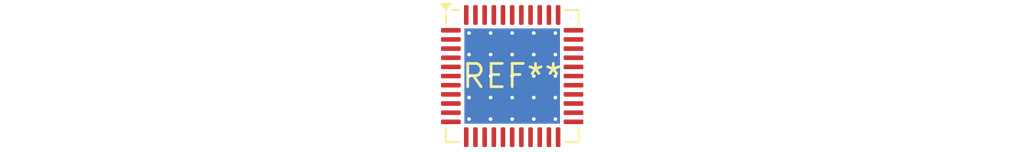
<source format=kicad_pcb>
(kicad_pcb (version 20240108) (generator pcbnew)
  (layers (0 "F.Cu" signal) (31 "B.Cu" signal) (34 "B.Paste" user) (35 "F.Paste" user) (36 "B.SilkS" user "B.Silkscreen") (37 "F.SilkS" user "F.Silkscreen") (38 "B.Mask" user) (39 "F.Mask" user) (44 "Edge.Cuts" user))
  (net 0 "")
  (footprint "QFN-44-1EP_7x7mm_P0.5mm_EP5.2x5.2mm_ThermalVias" (layer "F.Cu") (at 0 0)
    (property "Reference" "REF**")
    (property "Value" "QFN-44-1EP_7x7mm_P0.5mm_EP5.2x5.2mm_ThermalVias")
    (fp_line (start -3.61 -2.885) (end -3.61 -3.37) (layer "F.SilkS") (stroke (width 0.12)))
    (fp_line (start -3.61 3.61) (end -3.61 2.885) (layer "F.SilkS") (stroke (width 0.12)))
    (fp_line (start -2.885 -3.61) (end -3.31 -3.61) (layer "F.SilkS") (stroke (width 0.12)))
    (fp_line (start -2.885 3.61) (end -3.61 3.61) (layer "F.SilkS") (stroke (width 0.12)))
    (fp_line (start 2.885 -3.61) (end 3.61 -3.61) (layer "F.SilkS") (stroke (width 0.12)))
    (fp_line (start 2.885 3.61) (end 3.61 3.61) (layer "F.SilkS") (stroke (width 0.12)))
    (fp_line (start 3.61 -3.61) (end 3.61 -2.885) (layer "F.SilkS") (stroke (width 0.12)))
    (fp_line (start 3.61 3.61) (end 3.61 2.885) (layer "F.SilkS") (stroke (width 0.12)))
    (fp_poly (pts (xy -3.61 -3.61) (xy -3.85 -3.94) (xy -3.37 -3.94) (xy -3.61 -3.61)) (layer "F.SilkS") (stroke (width 0.12)) (fill solid))
    (pad "1" smd roundrect (at -3.3375 -2.5) (size 1.075 0.25) (layers "F.Cu" "F.Paste" "F.Mask"))
    (pad "2" smd roundrect (at -3.3375 -2) (size 1.075 0.25) (layers "F.Cu" "F.Paste" "F.Mask"))
    (pad "3" smd roundrect (at -3.3375 -1.5) (size 1.075 0.25) (layers "F.Cu" "F.Paste" "F.Mask"))
    (pad "4" smd roundrect (at -3.3375 -1) (size 1.075 0.25) (layers "F.Cu" "F.Paste" "F.Mask"))
    (pad "5" smd roundrect (at -3.3375 -0.5) (size 1.075 0.25) (layers "F.Cu" "F.Paste" "F.Mask"))
    (pad "6" smd roundrect (at -3.3375 0) (size 1.075 0.25) (layers "F.Cu" "F.Paste" "F.Mask"))
    (pad "7" smd roundrect (at -3.3375 0.5) (size 1.075 0.25) (layers "F.Cu" "F.Paste" "F.Mask"))
    (pad "8" smd roundrect (at -3.3375 1) (size 1.075 0.25) (layers "F.Cu" "F.Paste" "F.Mask"))
    (pad "9" smd roundrect (at -3.3375 1.5) (size 1.075 0.25) (layers "F.Cu" "F.Paste" "F.Mask"))
    (pad "10" smd roundrect (at -3.3375 2) (size 1.075 0.25) (layers "F.Cu" "F.Paste" "F.Mask"))
    (pad "11" smd roundrect (at -3.3375 2.5) (size 1.075 0.25) (layers "F.Cu" "F.Paste" "F.Mask"))
    (pad "12" smd roundrect (at -2.5 3.3375) (size 0.25 1.075) (layers "F.Cu" "F.Paste" "F.Mask"))
    (pad "13" smd roundrect (at -2 3.3375) (size 0.25 1.075) (layers "F.Cu" "F.Paste" "F.Mask"))
    (pad "14" smd roundrect (at -1.5 3.3375) (size 0.25 1.075) (layers "F.Cu" "F.Paste" "F.Mask"))
    (pad "15" smd roundrect (at -1 3.3375) (size 0.25 1.075) (layers "F.Cu" "F.Paste" "F.Mask"))
    (pad "16" smd roundrect (at -0.5 3.3375) (size 0.25 1.075) (layers "F.Cu" "F.Paste" "F.Mask"))
    (pad "17" smd roundrect (at 0 3.3375) (size 0.25 1.075) (layers "F.Cu" "F.Paste" "F.Mask"))
    (pad "18" smd roundrect (at 0.5 3.3375) (size 0.25 1.075) (layers "F.Cu" "F.Paste" "F.Mask"))
    (pad "19" smd roundrect (at 1 3.3375) (size 0.25 1.075) (layers "F.Cu" "F.Paste" "F.Mask"))
    (pad "20" smd roundrect (at 1.5 3.3375) (size 0.25 1.075) (layers "F.Cu" "F.Paste" "F.Mask"))
    (pad "21" smd roundrect (at 2 3.3375) (size 0.25 1.075) (layers "F.Cu" "F.Paste" "F.Mask"))
    (pad "22" smd roundrect (at 2.5 3.3375) (size 0.25 1.075) (layers "F.Cu" "F.Paste" "F.Mask"))
    (pad "23" smd roundrect (at 3.3375 2.5) (size 1.075 0.25) (layers "F.Cu" "F.Paste" "F.Mask"))
    (pad "24" smd roundrect (at 3.3375 2) (size 1.075 0.25) (layers "F.Cu" "F.Paste" "F.Mask"))
    (pad "25" smd roundrect (at 3.3375 1.5) (size 1.075 0.25) (layers "F.Cu" "F.Paste" "F.Mask"))
    (pad "26" smd roundrect (at 3.3375 1) (size 1.075 0.25) (layers "F.Cu" "F.Paste" "F.Mask"))
    (pad "27" smd roundrect (at 3.3375 0.5) (size 1.075 0.25) (layers "F.Cu" "F.Paste" "F.Mask"))
    (pad "28" smd roundrect (at 3.3375 0) (size 1.075 0.25) (layers "F.Cu" "F.Paste" "F.Mask"))
    (pad "29" smd roundrect (at 3.3375 -0.5) (size 1.075 0.25) (layers "F.Cu" "F.Paste" "F.Mask"))
    (pad "30" smd roundrect (at 3.3375 -1) (size 1.075 0.25) (layers "F.Cu" "F.Paste" "F.Mask"))
    (pad "31" smd roundrect (at 3.3375 -1.5) (size 1.075 0.25) (layers "F.Cu" "F.Paste" "F.Mask"))
    (pad "32" smd roundrect (at 3.3375 -2) (size 1.075 0.25) (layers "F.Cu" "F.Paste" "F.Mask"))
    (pad "33" smd roundrect (at 3.3375 -2.5) (size 1.075 0.25) (layers "F.Cu" "F.Paste" "F.Mask"))
    (pad "34" smd roundrect (at 2.5 -3.3375) (size 0.25 1.075) (layers "F.Cu" "F.Paste" "F.Mask"))
    (pad "35" smd roundrect (at 2 -3.3375) (size 0.25 1.075) (layers "F.Cu" "F.Paste" "F.Mask"))
    (pad "36" smd roundrect (at 1.5 -3.3375) (size 0.25 1.075) (layers "F.Cu" "F.Paste" "F.Mask"))
    (pad "37" smd roundrect (at 1 -3.3375) (size 0.25 1.075) (layers "F.Cu" "F.Paste" "F.Mask"))
    (pad "38" smd roundrect (at 0.5 -3.3375) (size 0.25 1.075) (layers "F.Cu" "F.Paste" "F.Mask"))
    (pad "39" smd roundrect (at 0 -3.3375) (size 0.25 1.075) (layers "F.Cu" "F.Paste" "F.Mask"))
    (pad "40" smd roundrect (at -0.5 -3.3375) (size 0.25 1.075) (layers "F.Cu" "F.Paste" "F.Mask"))
    (pad "41" smd roundrect (at -1 -3.3375) (size 0.25 1.075) (layers "F.Cu" "F.Paste" "F.Mask"))
    (pad "42" smd roundrect (at -1.5 -3.3375) (size 0.25 1.075) (layers "F.Cu" "F.Paste" "F.Mask"))
    (pad "43" smd roundrect (at -2 -3.3375) (size 0.25 1.075) (layers "F.Cu" "F.Paste" "F.Mask"))
    (pad "44" smd roundrect (at -2.5 -3.3375) (size 0.25 1.075) (layers "F.Cu" "F.Paste" "F.Mask"))
    (pad "45" thru_hole circle (at -2.35 -2.35) (size 0.5 0.5) (drill 0.2) (property pad_prop_heatsink) (layers *.Cu) (remove_unused_layers))
    (pad "45" thru_hole circle (at -2.35 -1.175) (size 0.5 0.5) (drill 0.2) (property pad_prop_heatsink) (layers *.Cu) (remove_unused_layers))
    (pad "45" thru_hole circle (at -2.35 0) (size 0.5 0.5) (drill 0.2) (property pad_prop_heatsink) (layers *.Cu) (remove_unused_layers))
    (pad "45" thru_hole circle (at -2.35 1.175) (size 0.5 0.5) (drill 0.2) (property pad_prop_heatsink) (layers *.Cu) (remove_unused_layers))
    (pad "45" thru_hole circle (at -2.35 2.35) (size 0.5 0.5) (drill 0.2) (property pad_prop_heatsink) (layers *.Cu) (remove_unused_layers))
    (pad "45" thru_hole circle (at -1.175 -2.35) (size 0.5 0.5) (drill 0.2) (property pad_prop_heatsink) (layers *.Cu) (remove_unused_layers))
    (pad "45" thru_hole circle (at -1.175 -1.175) (size 0.5 0.5) (drill 0.2) (property pad_prop_heatsink) (layers *.Cu) (remove_unused_layers))
    (pad "45" thru_hole circle (at -1.175 0) (size 0.5 0.5) (drill 0.2) (property pad_prop_heatsink) (layers *.Cu) (remove_unused_layers))
    (pad "45" thru_hole circle (at -1.175 1.175) (size 0.5 0.5) (drill 0.2) (property pad_prop_heatsink) (layers *.Cu) (remove_unused_layers))
    (pad "45" thru_hole circle (at -1.175 2.35) (size 0.5 0.5) (drill 0.2) (property pad_prop_heatsink) (layers *.Cu) (remove_unused_layers))
    (pad "45" thru_hole circle (at 0 -2.35) (size 0.5 0.5) (drill 0.2) (property pad_prop_heatsink) (layers *.Cu) (remove_unused_layers))
    (pad "45" thru_hole circle (at 0 -1.175) (size 0.5 0.5) (drill 0.2) (property pad_prop_heatsink) (layers *.Cu) (remove_unused_layers))
    (pad "45" thru_hole circle (at 0 0) (size 0.5 0.5) (drill 0.2) (property pad_prop_heatsink) (layers *.Cu) (remove_unused_layers))
    (pad "45" smd rect (at 0 0) (size 5.2 5.2) (property pad_prop_heatsink) (layers "F.Cu" "F.Mask"))
    (pad "45" smd rect (at 0 0) (size 5.2 5.2) (property pad_prop_heatsink) (layers "B.Cu"))
    (pad "45" thru_hole circle (at 0 1.175) (size 0.5 0.5) (drill 0.2) (property pad_prop_heatsink) (layers *.Cu) (remove_unused_layers))
    (pad "45" thru_hole circle (at 0 2.35) (size 0.5 0.5) (drill 0.2) (property pad_prop_heatsink) (layers *.Cu) (remove_unused_layers))
    (pad "45" thru_hole circle (at 1.175 -2.35) (size 0.5 0.5) (drill 0.2) (property pad_prop_heatsink) (layers *.Cu) (remove_unused_layers))
    (pad "45" thru_hole circle (at 1.175 -1.175) (size 0.5 0.5) (drill 0.2) (property pad_prop_heatsink) (layers *.Cu) (remove_unused_layers))
    (pad "45" thru_hole circle (at 1.175 0) (size 0.5 0.5) (drill 0.2) (property pad_prop_heatsink) (layers *.Cu) (remove_unused_layers))
    (pad "45" thru_hole circle (at 1.175 1.175) (size 0.5 0.5) (drill 0.2) (property pad_prop_heatsink) (layers *.Cu) (remove_unused_layers))
    (pad "45" thru_hole circle (at 1.175 2.35) (size 0.5 0.5) (drill 0.2) (property pad_prop_heatsink) (layers *.Cu) (remove_unused_layers))
    (pad "45" thru_hole circle (at 2.35 -2.35) (size 0.5 0.5) (drill 0.2) (property pad_prop_heatsink) (layers *.Cu) (remove_unused_layers))
    (pad "45" thru_hole circle (at 2.35 -1.175) (size 0.5 0.5) (drill 0.2) (property pad_prop_heatsink) (layers *.Cu) (remove_unused_layers))
    (pad "45" thru_hole circle (at 2.35 0) (size 0.5 0.5) (drill 0.2) (property pad_prop_heatsink) (layers *.Cu) (remove_unused_layers))
    (pad "45" thru_hole circle (at 2.35 1.175) (size 0.5 0.5) (drill 0.2) (property pad_prop_heatsink) (layers *.Cu) (remove_unused_layers))
    (pad "45" thru_hole circle (at 2.35 2.35) (size 0.5 0.5) (drill 0.2) (property pad_prop_heatsink) (layers *.Cu) (remove_unused_layers))
  )
)
</source>
